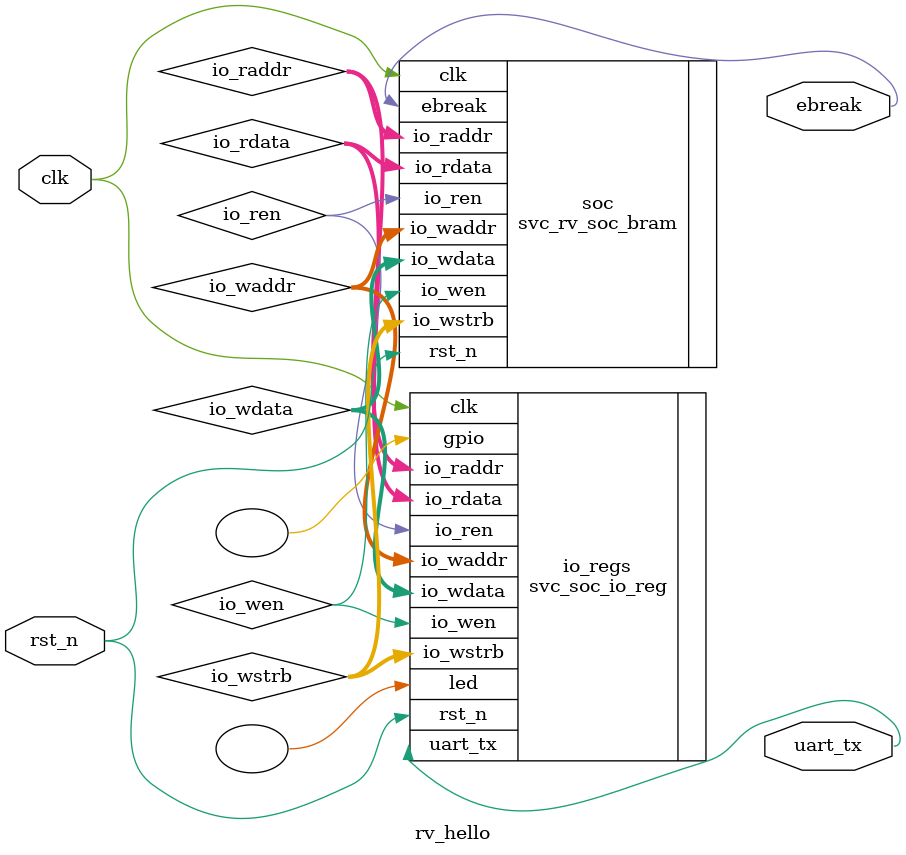
<source format=sv>
`ifndef RV_HELLO_SV
`define RV_HELLO_SV

`include "svc.sv"
`include "svc_rv_soc_bram.sv"
`include "svc_soc_io_reg.sv"

module rv_hello #(
    parameter CLOCK_FREQ = 25_000_000,
    parameter BAUD_RATE  = 115_200
) (
    input logic clk,
    input logic rst_n,

    output logic uart_tx,
    output logic ebreak
);

  //
  // SoC I/O signals
  //
  logic        io_ren;
  logic [31:0] io_raddr;
  logic [31:0] io_rdata;
  logic        io_wen;
  logic [31:0] io_waddr;
  logic [31:0] io_wdata;
  logic [ 3:0] io_wstrb;

  //
  // Instantiate the RISC-V SoC with hello program
  //
  // Note: Both IMEM and DMEM initialized with same hex file
  // This allows program to read .rodata constants from DMEM
  //
  svc_rv_soc_bram #(
      .XLEN       (32),
      .IMEM_DEPTH (4096),
      .DMEM_DEPTH (1024),
      .PIPELINED  (1),
      .FWD_REGFILE(1),
      .FWD        (0),
      .BPRED      (0),
      .IMEM_INIT  (".build/sw/rv32i/hello/hello.hex"),
      .DMEM_INIT  (".build/sw/rv32i/hello/hello.hex")
  ) soc (
      .clk     (clk),
      .rst_n   (rst_n),
      .io_ren  (io_ren),
      .io_raddr(io_raddr),
      .io_rdata(io_rdata),
      .io_wen  (io_wen),
      .io_waddr(io_waddr),
      .io_wdata(io_wdata),
      .io_wstrb(io_wstrb),
      .ebreak  (ebreak)
  );

  //
  // Instantiate the I/O register bank with UART
  //
  svc_soc_io_reg #(
      .CLOCK_FREQ(CLOCK_FREQ),
      .BAUD_RATE (BAUD_RATE),
      .MEM_TYPE  (1)
  ) io_regs (
      .clk     (clk),
      .rst_n   (rst_n),
      .io_wen  (io_wen),
      .io_waddr(io_waddr),
      .io_wdata(io_wdata),
      .io_wstrb(io_wstrb),
      .io_ren  (io_ren),
      .io_raddr(io_raddr),
      .io_rdata(io_rdata),
      .led     (),
      .gpio    (),
      .uart_tx (uart_tx)
  );


endmodule

`endif

</source>
